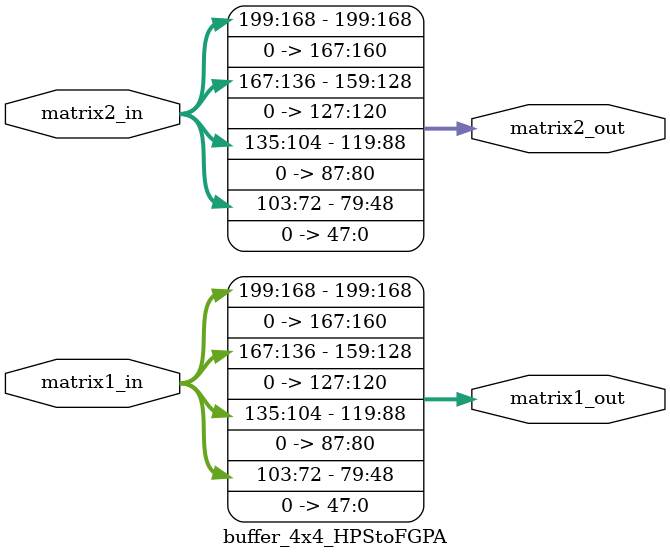
<source format=v>
module buffer_4x4_HPStoFGPA(
	input [199:0] matrix1_in, matrix2_in, //Matrizes vindo sem organização
	output [199:0] matrix1_out, matrix2_out //Matrizes organizadas com base no tamanho
);
	
	//Organizando a matriz 1
	assign matrix1_out[199:168] = matrix1_in[199:168];
	assign matrix1_out[159:128] = matrix1_in[167:136];
	assign matrix1_out[119:88] = matrix1_in[135:104];
	assign matrix1_out[79:48] = matrix1_in[103:72];
	
	assign matrix1_out[167:160] = 0;
	assign matrix1_out[127:120] = 0;
	assign matrix1_out[87:80] = 0;
	assign matrix1_out[47:0] = 0;
	
	//Organizando a matriz 2
	assign matrix2_out[199:168] = matrix2_in[199:168];
	assign matrix2_out[159:128] = matrix2_in[167:136];
	assign matrix2_out[119:88] = matrix2_in[135:104];
	assign matrix2_out[79:48] = matrix2_in[103:72];
	
	assign matrix2_out[167:160] = 0;
	assign matrix2_out[127:120] = 0;
	assign matrix2_out[87:80] = 0;
	assign matrix2_out[47:0] = 0;
	
endmodule
</source>
